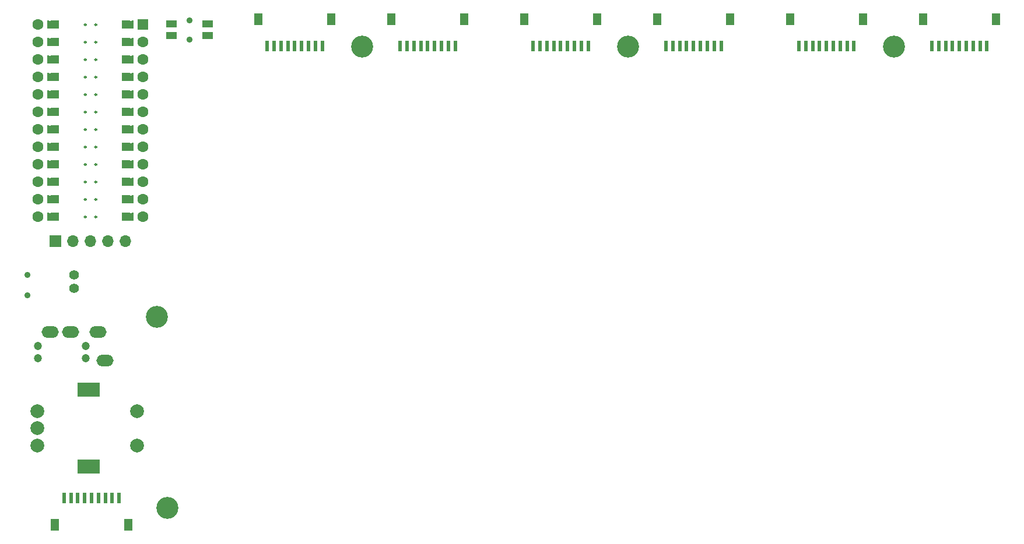
<source format=gbs>
G04 #@! TF.GenerationSoftware,KiCad,Pcbnew,7.0.8*
G04 #@! TF.CreationDate,2023-10-17T10:22:13-07:00*
G04 #@! TF.ProjectId,Seismos_CoreR,53656973-6d6f-4735-9f43-6f7265522e6b,rev?*
G04 #@! TF.SameCoordinates,Original*
G04 #@! TF.FileFunction,Soldermask,Bot*
G04 #@! TF.FilePolarity,Negative*
%FSLAX46Y46*%
G04 Gerber Fmt 4.6, Leading zero omitted, Abs format (unit mm)*
G04 Created by KiCad (PCBNEW 7.0.8) date 2023-10-17 10:22:13*
%MOMM*%
%LPD*%
G01*
G04 APERTURE LIST*
G04 Aperture macros list*
%AMFreePoly0*
4,1,6,0.600000,0.200000,0.000000,-0.400000,-0.600000,0.200000,-0.600000,0.400000,0.600000,0.400000,0.600000,0.200000,0.600000,0.200000,$1*%
%AMFreePoly1*
4,1,6,0.600000,-0.250000,-0.600000,-0.250000,-0.600000,1.000000,0.000000,0.400000,0.600000,1.000000,0.600000,-0.250000,0.600000,-0.250000,$1*%
G04 Aperture macros list end*
%ADD10C,0.250000*%
%ADD11C,0.100000*%
%ADD12C,3.200000*%
%ADD13C,2.000000*%
%ADD14R,3.200000X2.000000*%
%ADD15C,1.200000*%
%ADD16O,2.500000X1.700000*%
%ADD17R,1.700000X1.700000*%
%ADD18O,1.700000X1.700000*%
%ADD19C,0.900000*%
%ADD20C,1.400000*%
%ADD21C,1.600000*%
%ADD22R,1.600000X1.600000*%
%ADD23FreePoly0,270.000000*%
%ADD24FreePoly0,90.000000*%
%ADD25FreePoly1,90.000000*%
%ADD26FreePoly1,270.000000*%
%ADD27R,0.600000X1.550000*%
%ADD28R,1.200000X1.800000*%
%ADD29R,1.550000X1.000000*%
G04 APERTURE END LIST*
D10*
X42237000Y-22286000D02*
G75*
G03*
X42237000Y-22286000I-125000J0D01*
G01*
X40713000Y-22286000D02*
G75*
G03*
X40713000Y-22286000I-125000J0D01*
G01*
X42237000Y-24826000D02*
G75*
G03*
X42237000Y-24826000I-125000J0D01*
G01*
X40713000Y-24826000D02*
G75*
G03*
X40713000Y-24826000I-125000J0D01*
G01*
X42237000Y-27366000D02*
G75*
G03*
X42237000Y-27366000I-125000J0D01*
G01*
X40713000Y-27366000D02*
G75*
G03*
X40713000Y-27366000I-125000J0D01*
G01*
X42237000Y-29906000D02*
G75*
G03*
X42237000Y-29906000I-125000J0D01*
G01*
X40713000Y-29906000D02*
G75*
G03*
X40713000Y-29906000I-125000J0D01*
G01*
X42237000Y-32446000D02*
G75*
G03*
X42237000Y-32446000I-125000J0D01*
G01*
X40713000Y-32446000D02*
G75*
G03*
X40713000Y-32446000I-125000J0D01*
G01*
X42237000Y-34986000D02*
G75*
G03*
X42237000Y-34986000I-125000J0D01*
G01*
X40713000Y-34986000D02*
G75*
G03*
X40713000Y-34986000I-125000J0D01*
G01*
X42237000Y-37526000D02*
G75*
G03*
X42237000Y-37526000I-125000J0D01*
G01*
X40713000Y-37526000D02*
G75*
G03*
X40713000Y-37526000I-125000J0D01*
G01*
X42237000Y-40066000D02*
G75*
G03*
X42237000Y-40066000I-125000J0D01*
G01*
X40713000Y-40066000D02*
G75*
G03*
X40713000Y-40066000I-125000J0D01*
G01*
X42237000Y-42606000D02*
G75*
G03*
X42237000Y-42606000I-125000J0D01*
G01*
X40713000Y-42606000D02*
G75*
G03*
X40713000Y-42606000I-125000J0D01*
G01*
X42237000Y-45146000D02*
G75*
G03*
X42237000Y-45146000I-125000J0D01*
G01*
X40713000Y-45146000D02*
G75*
G03*
X40713000Y-45146000I-125000J0D01*
G01*
X42237000Y-47686000D02*
G75*
G03*
X42237000Y-47686000I-125000J0D01*
G01*
X40713000Y-47686000D02*
G75*
G03*
X40713000Y-47686000I-125000J0D01*
G01*
X42237000Y-50226000D02*
G75*
G03*
X42237000Y-50226000I-125000J0D01*
G01*
X40713000Y-50226000D02*
G75*
G03*
X40713000Y-50226000I-125000J0D01*
G01*
D11*
X36270000Y-22794000D02*
X35254000Y-22794000D01*
X35254000Y-21778000D01*
X36270000Y-21778000D01*
X36270000Y-22794000D01*
G36*
X36270000Y-22794000D02*
G01*
X35254000Y-22794000D01*
X35254000Y-21778000D01*
X36270000Y-21778000D01*
X36270000Y-22794000D01*
G37*
X47446000Y-22794000D02*
X46430000Y-22794000D01*
X46430000Y-21778000D01*
X47446000Y-21778000D01*
X47446000Y-22794000D01*
G36*
X47446000Y-22794000D02*
G01*
X46430000Y-22794000D01*
X46430000Y-21778000D01*
X47446000Y-21778000D01*
X47446000Y-22794000D01*
G37*
X36270000Y-25334000D02*
X35254000Y-25334000D01*
X35254000Y-24318000D01*
X36270000Y-24318000D01*
X36270000Y-25334000D01*
G36*
X36270000Y-25334000D02*
G01*
X35254000Y-25334000D01*
X35254000Y-24318000D01*
X36270000Y-24318000D01*
X36270000Y-25334000D01*
G37*
X47446000Y-25334000D02*
X46430000Y-25334000D01*
X46430000Y-24318000D01*
X47446000Y-24318000D01*
X47446000Y-25334000D01*
G36*
X47446000Y-25334000D02*
G01*
X46430000Y-25334000D01*
X46430000Y-24318000D01*
X47446000Y-24318000D01*
X47446000Y-25334000D01*
G37*
X36270000Y-27874000D02*
X35254000Y-27874000D01*
X35254000Y-26858000D01*
X36270000Y-26858000D01*
X36270000Y-27874000D01*
G36*
X36270000Y-27874000D02*
G01*
X35254000Y-27874000D01*
X35254000Y-26858000D01*
X36270000Y-26858000D01*
X36270000Y-27874000D01*
G37*
X47446000Y-27874000D02*
X46430000Y-27874000D01*
X46430000Y-26858000D01*
X47446000Y-26858000D01*
X47446000Y-27874000D01*
G36*
X47446000Y-27874000D02*
G01*
X46430000Y-27874000D01*
X46430000Y-26858000D01*
X47446000Y-26858000D01*
X47446000Y-27874000D01*
G37*
X36270000Y-30414000D02*
X35254000Y-30414000D01*
X35254000Y-29398000D01*
X36270000Y-29398000D01*
X36270000Y-30414000D01*
G36*
X36270000Y-30414000D02*
G01*
X35254000Y-30414000D01*
X35254000Y-29398000D01*
X36270000Y-29398000D01*
X36270000Y-30414000D01*
G37*
X47446000Y-30414000D02*
X46430000Y-30414000D01*
X46430000Y-29398000D01*
X47446000Y-29398000D01*
X47446000Y-30414000D01*
G36*
X47446000Y-30414000D02*
G01*
X46430000Y-30414000D01*
X46430000Y-29398000D01*
X47446000Y-29398000D01*
X47446000Y-30414000D01*
G37*
X36270000Y-32954000D02*
X35254000Y-32954000D01*
X35254000Y-31938000D01*
X36270000Y-31938000D01*
X36270000Y-32954000D01*
G36*
X36270000Y-32954000D02*
G01*
X35254000Y-32954000D01*
X35254000Y-31938000D01*
X36270000Y-31938000D01*
X36270000Y-32954000D01*
G37*
X47446000Y-32954000D02*
X46430000Y-32954000D01*
X46430000Y-31938000D01*
X47446000Y-31938000D01*
X47446000Y-32954000D01*
G36*
X47446000Y-32954000D02*
G01*
X46430000Y-32954000D01*
X46430000Y-31938000D01*
X47446000Y-31938000D01*
X47446000Y-32954000D01*
G37*
X36270000Y-35494000D02*
X35254000Y-35494000D01*
X35254000Y-34478000D01*
X36270000Y-34478000D01*
X36270000Y-35494000D01*
G36*
X36270000Y-35494000D02*
G01*
X35254000Y-35494000D01*
X35254000Y-34478000D01*
X36270000Y-34478000D01*
X36270000Y-35494000D01*
G37*
X47446000Y-35494000D02*
X46430000Y-35494000D01*
X46430000Y-34478000D01*
X47446000Y-34478000D01*
X47446000Y-35494000D01*
G36*
X47446000Y-35494000D02*
G01*
X46430000Y-35494000D01*
X46430000Y-34478000D01*
X47446000Y-34478000D01*
X47446000Y-35494000D01*
G37*
X36270000Y-38034000D02*
X35254000Y-38034000D01*
X35254000Y-37018000D01*
X36270000Y-37018000D01*
X36270000Y-38034000D01*
G36*
X36270000Y-38034000D02*
G01*
X35254000Y-38034000D01*
X35254000Y-37018000D01*
X36270000Y-37018000D01*
X36270000Y-38034000D01*
G37*
X47446000Y-38034000D02*
X46430000Y-38034000D01*
X46430000Y-37018000D01*
X47446000Y-37018000D01*
X47446000Y-38034000D01*
G36*
X47446000Y-38034000D02*
G01*
X46430000Y-38034000D01*
X46430000Y-37018000D01*
X47446000Y-37018000D01*
X47446000Y-38034000D01*
G37*
X36270000Y-40574000D02*
X35254000Y-40574000D01*
X35254000Y-39558000D01*
X36270000Y-39558000D01*
X36270000Y-40574000D01*
G36*
X36270000Y-40574000D02*
G01*
X35254000Y-40574000D01*
X35254000Y-39558000D01*
X36270000Y-39558000D01*
X36270000Y-40574000D01*
G37*
X47446000Y-40574000D02*
X46430000Y-40574000D01*
X46430000Y-39558000D01*
X47446000Y-39558000D01*
X47446000Y-40574000D01*
G36*
X47446000Y-40574000D02*
G01*
X46430000Y-40574000D01*
X46430000Y-39558000D01*
X47446000Y-39558000D01*
X47446000Y-40574000D01*
G37*
X36270000Y-43114000D02*
X35254000Y-43114000D01*
X35254000Y-42098000D01*
X36270000Y-42098000D01*
X36270000Y-43114000D01*
G36*
X36270000Y-43114000D02*
G01*
X35254000Y-43114000D01*
X35254000Y-42098000D01*
X36270000Y-42098000D01*
X36270000Y-43114000D01*
G37*
X47446000Y-43114000D02*
X46430000Y-43114000D01*
X46430000Y-42098000D01*
X47446000Y-42098000D01*
X47446000Y-43114000D01*
G36*
X47446000Y-43114000D02*
G01*
X46430000Y-43114000D01*
X46430000Y-42098000D01*
X47446000Y-42098000D01*
X47446000Y-43114000D01*
G37*
X36270000Y-45654000D02*
X35254000Y-45654000D01*
X35254000Y-44638000D01*
X36270000Y-44638000D01*
X36270000Y-45654000D01*
G36*
X36270000Y-45654000D02*
G01*
X35254000Y-45654000D01*
X35254000Y-44638000D01*
X36270000Y-44638000D01*
X36270000Y-45654000D01*
G37*
X47446000Y-45654000D02*
X46430000Y-45654000D01*
X46430000Y-44638000D01*
X47446000Y-44638000D01*
X47446000Y-45654000D01*
G36*
X47446000Y-45654000D02*
G01*
X46430000Y-45654000D01*
X46430000Y-44638000D01*
X47446000Y-44638000D01*
X47446000Y-45654000D01*
G37*
X36270000Y-48194000D02*
X35254000Y-48194000D01*
X35254000Y-47178000D01*
X36270000Y-47178000D01*
X36270000Y-48194000D01*
G36*
X36270000Y-48194000D02*
G01*
X35254000Y-48194000D01*
X35254000Y-47178000D01*
X36270000Y-47178000D01*
X36270000Y-48194000D01*
G37*
X47446000Y-48194000D02*
X46430000Y-48194000D01*
X46430000Y-47178000D01*
X47446000Y-47178000D01*
X47446000Y-48194000D01*
G36*
X47446000Y-48194000D02*
G01*
X46430000Y-48194000D01*
X46430000Y-47178000D01*
X47446000Y-47178000D01*
X47446000Y-48194000D01*
G37*
X36270000Y-50734000D02*
X35254000Y-50734000D01*
X35254000Y-49718000D01*
X36270000Y-49718000D01*
X36270000Y-50734000D01*
G36*
X36270000Y-50734000D02*
G01*
X35254000Y-50734000D01*
X35254000Y-49718000D01*
X36270000Y-49718000D01*
X36270000Y-50734000D01*
G37*
X47446000Y-50734000D02*
X46430000Y-50734000D01*
X46430000Y-49718000D01*
X47446000Y-49718000D01*
X47446000Y-50734000D01*
G36*
X47446000Y-50734000D02*
G01*
X46430000Y-50734000D01*
X46430000Y-49718000D01*
X47446000Y-49718000D01*
X47446000Y-50734000D01*
G37*
D12*
X51000000Y-64750000D03*
D13*
X33610000Y-78460000D03*
X33610000Y-83460000D03*
X33610000Y-80960000D03*
D14*
X41110000Y-75360000D03*
X41110000Y-86560000D03*
D13*
X48110000Y-83460000D03*
X48110000Y-78460000D03*
D15*
X33670000Y-70775000D03*
X40670000Y-70775000D03*
X33670000Y-69025000D03*
X40670000Y-69025000D03*
D16*
X42470000Y-66925000D03*
X38470000Y-66925000D03*
X35470000Y-66925000D03*
X43470000Y-71125000D03*
D17*
X36284000Y-53766000D03*
D18*
X38824000Y-53766000D03*
X41364000Y-53766000D03*
X43904000Y-53766000D03*
X46444000Y-53766000D03*
D19*
X32200000Y-58632000D03*
X32200000Y-61632000D03*
D20*
X38949500Y-60632000D03*
X38949500Y-58632000D03*
D12*
X80800000Y-25500000D03*
D21*
X48970000Y-22286000D03*
D22*
X48970000Y-22286000D03*
D23*
X47192000Y-22286000D03*
D24*
X35508000Y-22286000D03*
D21*
X33730000Y-22286000D03*
X48970000Y-24826000D03*
D23*
X47192000Y-24826000D03*
D24*
X35508000Y-24826000D03*
D21*
X33730000Y-24826000D03*
X48970000Y-27366000D03*
D23*
X47192000Y-27366000D03*
D24*
X35508000Y-27366000D03*
D21*
X33730000Y-27366000D03*
X48970000Y-29906000D03*
D23*
X47192000Y-29906000D03*
D24*
X35508000Y-29906000D03*
D21*
X33730000Y-29906000D03*
X48970000Y-32446000D03*
D23*
X47192000Y-32446000D03*
D24*
X35508000Y-32446000D03*
D21*
X33730000Y-32446000D03*
X48970000Y-34986000D03*
D23*
X47192000Y-34986000D03*
D24*
X35508000Y-34986000D03*
D21*
X33730000Y-34986000D03*
X48970000Y-37526000D03*
D23*
X47192000Y-37526000D03*
D24*
X35508000Y-37526000D03*
D21*
X33730000Y-37526000D03*
X48970000Y-40066000D03*
D23*
X47192000Y-40066000D03*
D24*
X35508000Y-40066000D03*
D21*
X33730000Y-40066000D03*
X48970000Y-42606000D03*
D23*
X47192000Y-42606000D03*
D24*
X35508000Y-42606000D03*
D21*
X33730000Y-42606000D03*
X48970000Y-45146000D03*
D23*
X47192000Y-45146000D03*
D24*
X35508000Y-45146000D03*
D21*
X33730000Y-45146000D03*
X48970000Y-47686000D03*
D23*
X47192000Y-47686000D03*
D24*
X35508000Y-47686000D03*
D21*
X33730000Y-47686000D03*
X48970000Y-50226000D03*
D23*
X47192000Y-50226000D03*
D24*
X35508000Y-50226000D03*
D21*
X33730000Y-50226000D03*
D25*
X36524000Y-22286000D03*
X36524000Y-24826000D03*
X36524000Y-27366000D03*
X36524000Y-29906000D03*
X36524000Y-32446000D03*
X36524000Y-34986000D03*
X36524000Y-37526000D03*
X36524000Y-40066000D03*
X36524000Y-42606000D03*
X36524000Y-45146000D03*
X36524000Y-47686000D03*
X36524000Y-50226000D03*
D26*
X46176000Y-50226000D03*
X46176000Y-47686000D03*
X46176000Y-45146000D03*
X46176000Y-42606000D03*
X46176000Y-40066000D03*
X46176000Y-37526000D03*
X46176000Y-34986000D03*
X46176000Y-32446000D03*
X46176000Y-29906000D03*
X46176000Y-27366000D03*
X46176000Y-24826000D03*
X46176000Y-22286000D03*
D12*
X158000000Y-25500000D03*
X52500000Y-92500000D03*
X119400000Y-25500000D03*
D27*
X67000000Y-25375000D03*
X68000000Y-25375000D03*
X69000000Y-25375000D03*
X70000000Y-25375000D03*
X71000000Y-25375000D03*
X72000000Y-25375000D03*
X73000000Y-25375000D03*
X74000000Y-25375000D03*
X75000000Y-25375000D03*
D28*
X65700000Y-21500000D03*
X76300000Y-21500000D03*
D27*
X86300000Y-25375000D03*
X87300000Y-25375000D03*
X88300000Y-25375000D03*
X89300000Y-25375000D03*
X90300000Y-25375000D03*
X91300000Y-25375000D03*
X92300000Y-25375000D03*
X93300000Y-25375000D03*
X94300000Y-25375000D03*
D28*
X85000000Y-21500000D03*
X95600000Y-21500000D03*
D19*
X55712500Y-24449500D03*
X55712500Y-21649500D03*
D29*
X58312500Y-23899500D03*
X58312500Y-22199500D03*
X53112500Y-23899500D03*
X53112500Y-22199500D03*
D27*
X45500000Y-91125000D03*
X44500000Y-91125000D03*
X43500000Y-91125000D03*
X42500000Y-91125000D03*
X41500000Y-91125000D03*
X40500000Y-91125000D03*
X39500000Y-91125000D03*
X38500000Y-91125000D03*
X37500000Y-91125000D03*
D28*
X46800000Y-95000000D03*
X36200000Y-95000000D03*
X172800000Y-21500000D03*
X162200000Y-21500000D03*
D27*
X171500000Y-25375000D03*
X170500000Y-25375000D03*
X169500000Y-25375000D03*
X168500000Y-25375000D03*
X167500000Y-25375000D03*
X166500000Y-25375000D03*
X165500000Y-25375000D03*
X164500000Y-25375000D03*
X163500000Y-25375000D03*
X124900000Y-25375000D03*
X125900000Y-25375000D03*
X126900000Y-25375000D03*
X127900000Y-25375000D03*
X128900000Y-25375000D03*
X129900000Y-25375000D03*
X130900000Y-25375000D03*
X131900000Y-25375000D03*
X132900000Y-25375000D03*
D28*
X123600000Y-21500000D03*
X134200000Y-21500000D03*
D27*
X105600000Y-25375000D03*
X106600000Y-25375000D03*
X107600000Y-25375000D03*
X108600000Y-25375000D03*
X109600000Y-25375000D03*
X110600000Y-25375000D03*
X111600000Y-25375000D03*
X112600000Y-25375000D03*
X113600000Y-25375000D03*
D28*
X104300000Y-21500000D03*
X114900000Y-21500000D03*
D27*
X144200000Y-25375000D03*
X145200000Y-25375000D03*
X146200000Y-25375000D03*
X147200000Y-25375000D03*
X148200000Y-25375000D03*
X149200000Y-25375000D03*
X150200000Y-25375000D03*
X151200000Y-25375000D03*
X152200000Y-25375000D03*
D28*
X142900000Y-21500000D03*
X153500000Y-21500000D03*
M02*

</source>
